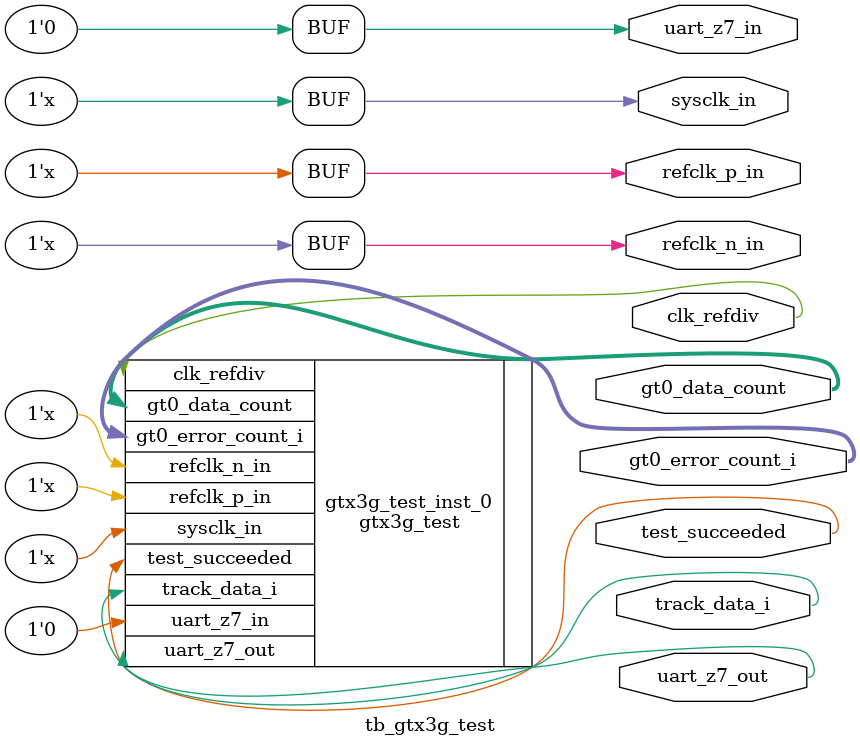
<source format=v>
module tb_gtx3g_test(
	output refclk_p_in,
    output reg refclk_n_in,

    output reg sysclk_in,
    output reg uart_z7_in,
    output uart_z7_out,
    output track_data_i,
    output test_succeeded,
    output clk_refdiv,
    output [7:0] gt0_error_count_i,
    output [9:0] gt0_data_count
);

//*************************Parameter Declarations******************************

    parameter   TX_REFCLK_PERIOD   =   6.667;
    parameter   RX_REFCLK_PERIOD   =   6.667;
    parameter   SYSCLK_PERIOD      =   10.0;
    parameter   DCLK_PERIOD        =   10.0;


    //---------- Generate Reference Clock input to UPPER GTCLK ----------------
    
    initial begin
        refclk_n_in = 1'b1;
    end

    always  
        #(TX_REFCLK_PERIOD/2) refclk_n_in = !refclk_n_in;

    assign refclk_p_in = !refclk_n_in;

                 
    //------------------------ Generate DRP Clock ----------------------------
    
    initial begin
        sysclk_in = 1'b1;
    end

    always  
        #(DCLK_PERIOD/2) sysclk_in = !sysclk_in;

    initial begin
    	uart_z7_in = 1'b0;
    end

    gtx3g_test gtx3g_test_inst_0(
		.refclk_p_in(refclk_p_in),
		.refclk_n_in(refclk_n_in),
		.sysclk_in(sysclk_in),
		.uart_z7_in(uart_z7_in),
		.uart_z7_out(uart_z7_out),
		.track_data_i(track_data_i),
		.test_succeeded(test_succeeded),
        .clk_refdiv(clk_refdiv),
        .gt0_error_count_i(gt0_error_count_i),
        .gt0_data_count(gt0_data_count)
    );

endmodule
</source>
